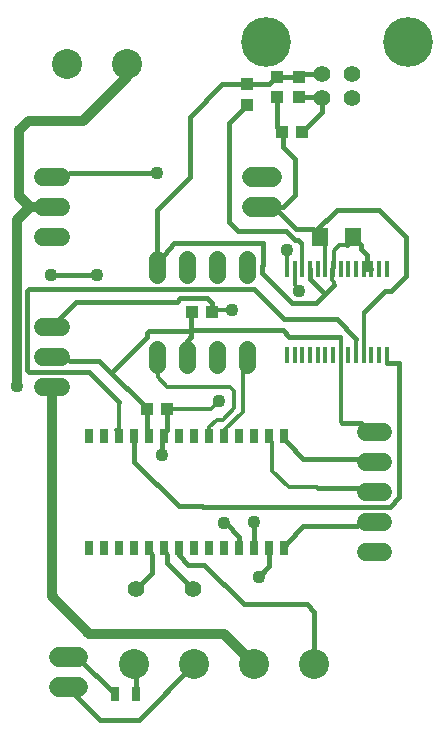
<source format=gbl>
G75*
G70*
%OFA0B0*%
%FSLAX24Y24*%
%IPPOS*%
%LPD*%
%AMOC8*
5,1,8,0,0,1.08239X$1,22.5*
%
%ADD10R,0.0300X0.0500*%
%ADD11C,0.0554*%
%ADD12C,0.0554*%
%ADD13R,0.0551X0.0630*%
%ADD14R,0.0394X0.0433*%
%ADD15R,0.0137X0.0550*%
%ADD16R,0.0433X0.0394*%
%ADD17C,0.0594*%
%ADD18C,0.1000*%
%ADD19C,0.0650*%
%ADD20R,0.0315X0.0472*%
%ADD21C,0.1660*%
%ADD22C,0.0160*%
%ADD23C,0.0120*%
%ADD24C,0.0320*%
%ADD25C,0.0436*%
%ADD26C,0.0240*%
D10*
X002917Y008747D03*
X003417Y008747D03*
X003917Y008747D03*
X004417Y008747D03*
X004917Y008747D03*
X005417Y008747D03*
X005917Y008747D03*
X006417Y008747D03*
X006917Y008747D03*
X007417Y008747D03*
X007917Y008747D03*
X008417Y008747D03*
X008917Y008747D03*
X009417Y008747D03*
X009417Y012510D03*
X008917Y012510D03*
X008417Y012510D03*
X007917Y012510D03*
X007417Y012510D03*
X006917Y012510D03*
X006417Y012510D03*
X005917Y012510D03*
X005417Y012510D03*
X004917Y012510D03*
X004417Y012510D03*
X003917Y012510D03*
X003417Y012510D03*
X002917Y012510D03*
D11*
X004467Y007379D03*
X006367Y007379D03*
X010675Y023774D03*
X010675Y024562D03*
X011659Y024562D03*
X011659Y023774D03*
D12*
X008167Y018406D02*
X008167Y017851D01*
X007167Y017851D02*
X007167Y018406D01*
X006167Y018406D02*
X006167Y017851D01*
X005167Y017851D02*
X005167Y018406D01*
X005167Y015406D02*
X005167Y014851D01*
X006167Y014851D02*
X006167Y015406D01*
X007167Y015406D02*
X007167Y014851D01*
X008167Y014851D02*
X008167Y015406D01*
D13*
X010616Y019129D03*
X011718Y019129D03*
D14*
X009917Y023794D03*
X009917Y024463D03*
X009167Y024463D03*
X009167Y023794D03*
X008167Y023544D03*
X008167Y024213D03*
D15*
X009504Y018068D03*
X009760Y018068D03*
X010016Y018068D03*
X010272Y018068D03*
X010527Y018068D03*
X010783Y018068D03*
X011039Y018068D03*
X011295Y018068D03*
X011551Y018068D03*
X011807Y018068D03*
X012063Y018068D03*
X012319Y018068D03*
X012575Y018068D03*
X012831Y018068D03*
X012831Y015189D03*
X012575Y015189D03*
X012319Y015189D03*
X012063Y015189D03*
X011807Y015189D03*
X011551Y015189D03*
X011295Y015189D03*
X011039Y015189D03*
X010783Y015189D03*
X010527Y015189D03*
X010272Y015189D03*
X010016Y015189D03*
X009760Y015189D03*
X009504Y015189D03*
D16*
X007002Y016629D03*
X006333Y016629D03*
X005502Y013379D03*
X004833Y013379D03*
X009333Y022629D03*
X010002Y022629D03*
D17*
X012120Y012629D02*
X012714Y012629D01*
X012714Y011629D02*
X012120Y011629D01*
X012120Y010629D02*
X012714Y010629D01*
X012714Y009629D02*
X012120Y009629D01*
X012120Y008629D02*
X012714Y008629D01*
X001964Y014129D02*
X001370Y014129D01*
X001370Y015129D02*
X001964Y015129D01*
X001964Y016129D02*
X001370Y016129D01*
X001370Y019129D02*
X001964Y019129D01*
X001964Y020129D02*
X001370Y020129D01*
X001370Y021129D02*
X001964Y021129D01*
D18*
X002167Y024879D03*
X004167Y024879D03*
X004417Y004879D03*
X006417Y004879D03*
X008417Y004879D03*
X010417Y004879D03*
D19*
X002542Y004129D02*
X001892Y004129D01*
X001892Y005129D02*
X002542Y005129D01*
X008342Y020129D02*
X008992Y020129D01*
X008992Y021129D02*
X008342Y021129D01*
D20*
X004472Y003879D03*
X003763Y003879D03*
D21*
X008797Y025629D03*
X013537Y025629D03*
D22*
X012567Y020029D02*
X011154Y020029D01*
X010446Y019320D01*
X010367Y019409D01*
X009807Y019409D01*
X009247Y019969D01*
X008667Y020129D01*
X009367Y020129D01*
X009767Y020529D01*
X009767Y021729D01*
X009367Y022129D01*
X009367Y022594D01*
X009333Y022629D01*
X009167Y022794D01*
X009167Y023794D01*
X008917Y024213D02*
X009167Y024463D01*
X009917Y024463D01*
X010016Y024562D01*
X010675Y024562D01*
X010655Y023794D02*
X010675Y023774D01*
X010675Y023302D01*
X010002Y022629D01*
X009917Y023794D02*
X010655Y023794D01*
X008917Y024213D02*
X008167Y024213D01*
X007352Y024213D01*
X006267Y023129D01*
X006267Y021129D01*
X005167Y020029D01*
X005167Y018129D01*
X005407Y018529D02*
X005727Y018927D01*
X008686Y018927D01*
X008686Y018209D01*
X008667Y018149D01*
X008667Y017929D01*
X009667Y016929D01*
X010467Y016929D01*
X010767Y017229D01*
X010272Y017724D01*
X010272Y018068D01*
X009967Y018929D02*
X009867Y019029D01*
X009767Y019029D01*
X009467Y019329D01*
X007867Y019329D01*
X007567Y019629D01*
X007567Y022944D01*
X008167Y023544D01*
X010446Y019320D02*
X010616Y019129D01*
X011487Y018849D02*
X011718Y019129D01*
X011967Y018849D01*
X011967Y018729D01*
X012167Y018529D01*
X012167Y018172D01*
X012063Y018068D01*
X012319Y018068D01*
X012767Y017329D02*
X012967Y017329D01*
X013467Y017829D01*
X013467Y019129D01*
X012567Y020029D01*
X012767Y017329D02*
X012063Y016624D01*
X011807Y015739D02*
X011167Y016379D01*
X009417Y016379D01*
X008417Y017379D01*
X000897Y017379D01*
X000847Y017329D01*
X000847Y014699D01*
X000917Y014629D01*
X002917Y014629D01*
X003917Y013629D01*
X004687Y013569D02*
X003647Y014609D01*
X004847Y015809D01*
X004847Y015919D01*
X004915Y015987D01*
X006248Y015987D01*
X006287Y015947D01*
X006366Y016026D01*
X009364Y016026D01*
X009582Y015809D01*
X011247Y015809D01*
X010767Y017229D02*
X011067Y017529D01*
X012847Y014929D02*
X013247Y014929D01*
X013247Y010449D01*
X012927Y010129D01*
X006687Y010129D01*
X006656Y010160D01*
X005900Y010160D01*
X004417Y011642D01*
X004417Y012510D01*
X004847Y012689D02*
X004847Y013249D01*
X005327Y012289D02*
X005327Y011850D01*
X005487Y012689D02*
X005487Y013249D01*
X006167Y015129D02*
X006167Y015664D01*
X006293Y015790D01*
X006254Y015790D01*
X006287Y015809D02*
X006287Y015947D01*
X006287Y016449D01*
X006333Y016629D01*
X005939Y017089D02*
X006844Y017089D01*
X007002Y016932D01*
X007002Y016629D01*
X005939Y017089D02*
X005821Y016971D01*
X002474Y016971D01*
X001667Y016164D01*
X001667Y016129D01*
X001667Y015129D02*
X002287Y015009D01*
X003247Y015009D01*
X003647Y014609D01*
X003183Y017877D02*
X001648Y017877D01*
X001667Y021129D02*
X002287Y021249D01*
X005167Y021249D01*
X009487Y012289D02*
X010047Y011729D01*
X011807Y011729D01*
X012417Y011629D01*
X012417Y012629D02*
X011967Y012929D01*
X011327Y012929D01*
X011807Y010769D02*
X010527Y010769D01*
X010047Y009489D02*
X011807Y009489D01*
X012417Y009629D01*
X012417Y010629D02*
X011807Y010769D01*
X010047Y009489D02*
X009487Y008929D01*
X009417Y008747D01*
X008917Y008747D02*
X008917Y008152D01*
X008565Y007800D01*
X008417Y008747D02*
X008417Y009629D01*
X007917Y009129D02*
X007917Y008747D01*
X007917Y009129D02*
X007467Y009579D01*
X007407Y009579D01*
X006749Y008209D02*
X008065Y006892D01*
X009653Y006892D01*
X009667Y006879D02*
X010167Y006879D01*
X010417Y006629D01*
X010417Y004879D01*
X006749Y008209D02*
X006210Y008209D01*
X005890Y008529D01*
X005917Y008747D01*
X005487Y008529D02*
X005487Y008259D01*
X006367Y007379D01*
X005487Y008529D02*
X005417Y008747D01*
X005007Y008529D02*
X005007Y007919D01*
X004467Y007379D01*
X005007Y008529D02*
X004917Y008747D01*
X004417Y004879D02*
X004472Y004824D01*
X004472Y003879D01*
X004567Y003029D02*
X006417Y004879D01*
X004567Y003029D02*
X003267Y003029D01*
X002217Y004079D01*
X002217Y004129D01*
X002217Y005129D02*
X002513Y005129D01*
X003763Y003879D01*
D23*
X005327Y012289D02*
X005417Y012510D01*
X005487Y012689D01*
X005502Y013379D02*
X006977Y013379D01*
X007247Y013649D01*
X007750Y013428D02*
X007356Y013034D01*
X007159Y013034D01*
X006917Y012792D01*
X006917Y012510D01*
X007417Y012510D02*
X007417Y012701D01*
X008026Y013310D01*
X008026Y014987D01*
X008167Y015129D01*
X007592Y014136D02*
X007750Y013979D01*
X007750Y013428D01*
X007592Y014136D02*
X005506Y014136D01*
X005191Y014451D01*
X005191Y015105D01*
X005167Y015129D01*
X004687Y013569D02*
X004833Y013379D01*
X004847Y013249D01*
X004847Y012689D02*
X004917Y012510D01*
X003917Y012510D02*
X003917Y013629D01*
X003807Y012689D02*
X003917Y012510D01*
X005167Y018129D02*
X005407Y018529D01*
X007002Y016629D02*
X007167Y016689D01*
X007685Y016689D01*
X009504Y018068D02*
X009504Y018672D01*
X009487Y018689D01*
X009760Y018068D02*
X009760Y017536D01*
X009886Y017331D01*
X010016Y018068D02*
X010016Y018880D01*
X009967Y018929D01*
X010616Y019129D02*
X010783Y018961D01*
X010783Y018068D01*
X011018Y018046D02*
X011018Y017680D01*
X011067Y017630D01*
X011067Y017529D01*
X011018Y018046D02*
X011039Y018068D01*
X011057Y018086D01*
X011057Y018664D01*
X011242Y018849D01*
X011487Y018849D01*
X012063Y016624D02*
X012063Y015189D01*
X011807Y015189D02*
X011807Y015739D01*
X011293Y015790D02*
X011293Y015191D01*
X011295Y015189D01*
X011295Y012961D01*
X011327Y012929D01*
X010506Y010790D02*
X010527Y010769D01*
X010506Y010790D02*
X009561Y010790D01*
X009007Y011344D01*
X009007Y012289D01*
X008917Y012379D01*
X008917Y012510D01*
X009417Y012510D02*
X009417Y012359D01*
X009487Y012289D01*
X011247Y015809D02*
X011275Y015809D01*
X011293Y015790D01*
X011295Y015361D02*
X011295Y015189D01*
X012831Y015189D02*
X012847Y014929D01*
X009653Y006892D02*
X009667Y006879D01*
X008417Y004879D02*
X008447Y004849D01*
D24*
X008417Y004879D02*
X007388Y005908D01*
X002907Y005908D01*
X001667Y007148D01*
X001667Y014129D01*
X001667Y015129D02*
X001636Y015160D01*
X000506Y014176D02*
X000506Y019688D01*
X000947Y020129D01*
X000585Y020491D01*
X000585Y022680D01*
X000900Y022995D01*
X002711Y022995D01*
X004167Y024451D01*
X004167Y024879D01*
X001667Y020129D02*
X001675Y020121D01*
X001667Y020129D02*
X000947Y020129D01*
D25*
X001648Y017877D03*
X003183Y017877D03*
X005167Y021249D03*
X007685Y016689D03*
X007247Y013649D03*
X005327Y011850D03*
X007407Y009579D03*
X008417Y009629D03*
X008565Y007800D03*
X009886Y017331D03*
X009487Y018689D03*
X000506Y014176D03*
D26*
X008387Y004849D02*
X008527Y004849D01*
M02*

</source>
